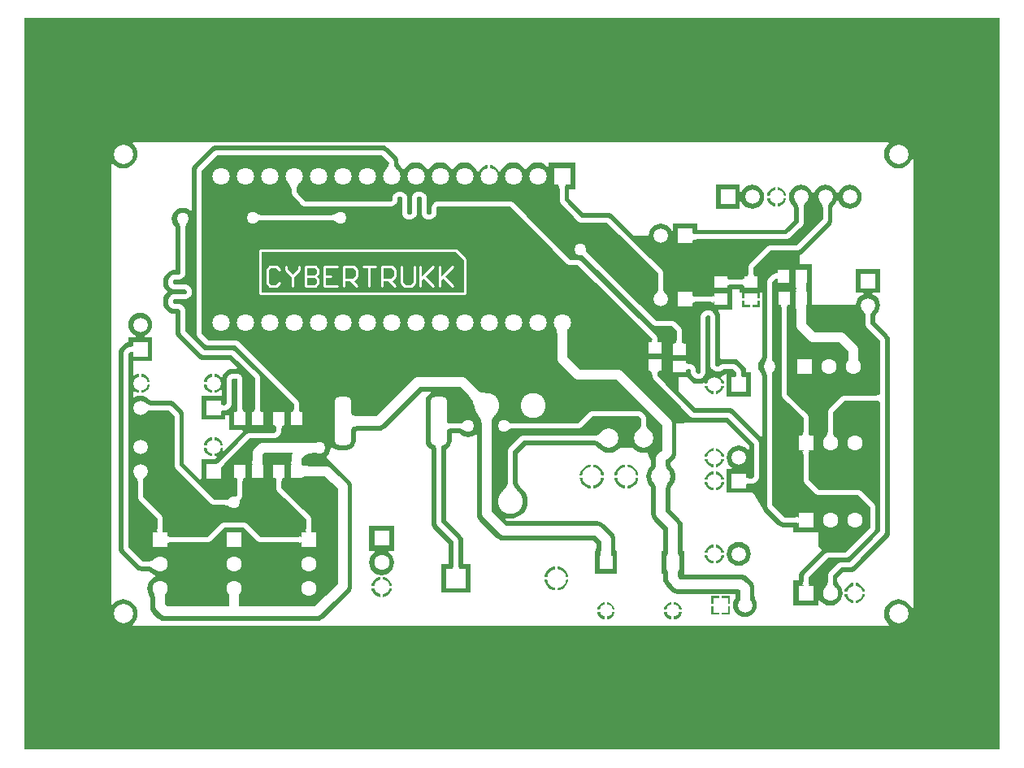
<source format=gbr>
%FSDAX33Y33*%
%MOMM*%
%SFA1B1*%

%IPPOS*%
%AMD29*
4,1,8,0.424180,2.499360,-0.424180,2.499360,-0.850900,2.075180,-0.850900,-2.075180,-0.424180,-2.499360,0.424180,-2.499360,0.850900,-2.075180,0.850900,2.075180,0.424180,2.499360,0.0*
1,1,0.849996,0.424180,2.075180*
1,1,0.849996,-0.424180,2.075180*
1,1,0.849996,-0.424180,-2.075180*
1,1,0.849996,0.424180,-2.075180*
%
%AMD1002*
%
%ADD22C,2.600000*%
%ADD25C,2.000001*%
%ADD27R,1.400000X1.200000*%
%ADD28R,1.200000X1.400000*%
G04~CAMADD=29~8~0.0~0.0~669.3~1968.5~167.3~0.0~15~0.0~0.0~0.0~0.0~0~0.0~0.0~0.0~0.0~0~0.0~0.0~0.0~0.0~669.3~1968.5*
%ADD29D29*%
%ADD30C,0.499999*%
%ADD31C,1.000001*%
%ADD32C,0.254000*%
%ADD33R,1.350000X1.350000*%
%ADD34C,1.350000*%
%ADD35C,1.799999*%
%ADD36R,1.799999X1.799999*%
%ADD37R,1.500000X1.500000*%
%ADD38C,1.500000*%
%ADD39C,1.599997*%
%ADD40R,1.599997X1.599997*%
%ADD41R,2.000001X2.000001*%
%ADD42C,1.270000*%
%LNfilm_top_layer-1*%
%LPD*%
G36*
X101600Y076200D02*
X000000D01*
Y000000*
X101600*
Y076200*
G37*
%LNfilm_top_layer-2*%
%LPC*%
G36*
X090087Y063195D02*
X089993Y063117D01*
X089805Y062889*
X089666Y062628*
X089580Y062346*
X089551Y062052*
X089580Y061758*
X089666Y061475*
X089805Y061214*
X089993Y060986*
X090221Y060798*
X090482Y060659*
X090764Y060573*
X091059Y060544*
X091353Y060573*
X091635Y060659*
X091896Y060798*
X092124Y060986*
X092312Y061214*
X092451Y061475*
X092456Y061490*
X092583Y061471*
Y014754*
X092456Y014735*
X092451Y014749*
X092312Y015010*
X092124Y015238*
X091896Y015426*
X091635Y015565*
X091353Y015651*
X091059Y015680*
X090764Y015651*
X090482Y015565*
X090221Y015426*
X089993Y015238*
X089805Y015010*
X089666Y014749*
X089580Y014467*
X089551Y014173*
X089580Y013879*
X089666Y013596*
X089805Y013335*
X089993Y013107*
X090087Y013030*
X090041Y012903*
X011304*
X011258Y013030*
X011352Y013107*
X011540Y013335*
X011679Y013596*
X011765Y013879*
X011794Y014173*
X011765Y014467*
X011679Y014749*
X011540Y015010*
X011352Y015238*
X011124Y015426*
X010863Y015565*
X010581Y015651*
X010287Y015680*
X009992Y015651*
X009710Y015565*
X009449Y015426*
X009221Y015238*
X009144Y015144*
X009017Y015190*
Y061035*
X009144Y061080*
X009221Y060986*
X009449Y060798*
X009710Y060659*
X009992Y060573*
X010287Y060544*
X010581Y060573*
X010863Y060659*
X011124Y060798*
X011352Y060986*
X011540Y061214*
X011679Y061475*
X011765Y061758*
X011794Y062052*
X011765Y062346*
X011679Y062628*
X011540Y062889*
X011352Y063117*
X011258Y063195*
X011304Y063322*
X090041*
X090087Y063195*
G37*
%LNfilm_top_layer-3*%
%LPD*%
G36*
X056666Y017729D02*
X055544D01*
Y016608*
X055745Y016634*
X056050Y016760*
X056312Y016961*
X056513Y017223*
X056639Y017528*
X056666Y017729*
G37*
G36*
X037084Y017991D02*
X036935Y017972D01*
X036679Y017865*
X036459Y017696*
X036290Y017476*
X036184Y017220*
X036164Y017072*
X037084*
Y017991*
G37*
G36*
X037338D02*
Y017072D01*
X038257*
X038237Y017220*
X038131Y017476*
X037962Y017696*
X037742Y017865*
X037486Y017972*
X037338Y017991*
G37*
G36*
X055290Y017729D02*
X054169D01*
X054196Y017528*
X054322Y017223*
X054523Y016961*
X054785Y016760*
X055090Y016634*
X055290Y016608*
Y017729*
G37*
G36*
X038257Y016818D02*
X037338D01*
Y015898*
X037486Y015918*
X037742Y016024*
X037962Y016193*
X038131Y016413*
X038237Y016670*
X038257Y016818*
G37*
G36*
X086360Y017378D02*
X086211Y017359D01*
X085955Y017252*
X085735Y017083*
X085566Y016863*
X085460Y016607*
X085440Y016459*
X086360*
Y017378*
G37*
G36*
X086614D02*
Y016459D01*
X087533*
X087513Y016607*
X087407Y016863*
X087238Y017083*
X087018Y017252*
X086762Y017359*
X086614Y017378*
G37*
G36*
X071755Y020269D02*
X070886D01*
X070903Y020134*
X071004Y019889*
X071165Y019680*
X071375Y019519*
X071619Y019418*
X071755Y019400*
Y020269*
G37*
G36*
X072877D02*
X072009D01*
Y019400*
X072144Y019418*
X072388Y019519*
X072598Y019680*
X072758Y019889*
X072860Y020134*
X072877Y020269*
G37*
G36*
X071755Y021392D02*
X071619Y021374D01*
X071375Y021273*
X071165Y021112*
X071004Y020902*
X070903Y020658*
X070886Y020523*
X071755*
Y021392*
G37*
G36*
X074422Y021656D02*
X074095Y021614D01*
X073791Y021488*
X073530Y021287*
X073330Y021026*
X073204Y020722*
X073161Y020396*
X073204Y020069*
X073330Y019765*
X073530Y019504*
X073791Y019304*
X074095Y019178*
X074422Y019135*
X074748Y019178*
X075052Y019304*
X075313Y019504*
X075513Y019765*
X075639Y020069*
X075682Y020396*
X075639Y020722*
X075513Y021026*
X075313Y021287*
X075052Y021488*
X074748Y021614*
X074422Y021656*
G37*
G36*
X055290Y019104D02*
X055090Y019077D01*
X054785Y018951*
X054523Y018750*
X054322Y018488*
X054196Y018183*
X054169Y017983*
X055290*
Y019104*
G37*
G36*
X055544D02*
Y017983D01*
X056666*
X056639Y018183*
X056513Y018488*
X056312Y018750*
X056050Y018951*
X055745Y019077*
X055544Y019104*
G37*
G36*
X038510Y023325D02*
X035911D01*
Y020725*
X036491*
X036526Y020598*
X036283Y020412*
X036075Y020140*
X035944Y019824*
X035899Y019485*
X035944Y019145*
X036075Y018829*
X036283Y018558*
X036555Y018349*
X036871Y018218*
X037211Y018173*
X037550Y018218*
X037866Y018349*
X038138Y018558*
X038346Y018829*
X038477Y019145*
X038522Y019485*
X038477Y019824*
X038346Y020140*
X038138Y020412*
X037895Y020598*
X037930Y020725*
X038510*
Y023325*
G37*
G36*
X037084Y016818D02*
X036164D01*
X036184Y016670*
X036290Y016413*
X036459Y016193*
X036679Y016024*
X036935Y015918*
X037084Y015898*
Y016818*
G37*
G36*
X072390Y014935D02*
X071512D01*
Y014058*
X072390*
Y014935*
G37*
G36*
X073520D02*
X072644D01*
Y014058*
X073520*
Y014935*
G37*
G36*
X060452Y015405D02*
X060336Y015390D01*
X060110Y015296*
X059916Y015147*
X059767Y014953*
X059673Y014727*
X059658Y014612*
X060452*
Y015405*
G37*
G36*
X068484Y014358D02*
X067690D01*
Y013564*
X067806Y013580*
X068032Y013673*
X068226Y013822*
X068375Y014016*
X068469Y014242*
X068484Y014358*
G37*
G36*
X060452D02*
X059658D01*
X059673Y014242*
X059767Y014016*
X059916Y013822*
X060110Y013673*
X060336Y013580*
X060452Y013564*
Y014358*
G37*
G36*
X067436D02*
X066643D01*
X066658Y014242*
X066752Y014016*
X066901Y013822*
X067095Y013673*
X067321Y013580*
X067436Y013564*
Y014358*
G37*
G36*
X061499D02*
X060706D01*
Y013564*
X060821Y013580*
X061047Y013673*
X061241Y013822*
X061390Y014016*
X061484Y014242*
X061499Y014358*
G37*
G36*
X073520Y016066D02*
X072644D01*
Y015189*
X073520*
Y016066*
G37*
G36*
X086360Y016205D02*
X085440D01*
X085460Y016057*
X085566Y015800*
X085735Y015580*
X085955Y015411*
X086211Y015305*
X086360Y015285*
Y016205*
G37*
G36*
X087533D02*
X086614D01*
Y015285*
X086762Y015305*
X087018Y015411*
X087238Y015580*
X087407Y015800*
X087513Y016057*
X087533Y016205*
G37*
G36*
X072390Y016066D02*
X071512D01*
Y015189*
X072390*
Y016066*
G37*
G36*
X067436Y015405D02*
X067321Y015390D01*
X067095Y015296*
X066901Y015147*
X066752Y014953*
X066658Y014727*
X066643Y014612*
X067436*
Y015405*
G37*
G36*
X060706D02*
Y014612D01*
X061499*
X061484Y014727*
X061390Y014953*
X061241Y015147*
X061047Y015296*
X060821Y015390*
X060706Y015405*
G37*
G36*
X067690D02*
Y014612D01*
X068484*
X068469Y014727*
X068375Y014953*
X068226Y015147*
X068032Y015296*
X067806Y015390*
X067690Y015405*
G37*
G36*
X072009Y021392D02*
Y020523D01*
X072877*
X072860Y020658*
X072758Y020902*
X072598Y021112*
X072388Y021273*
X072144Y021374*
X072009Y021392*
G37*
G36*
X019558Y038049D02*
X018689D01*
X018706Y037914*
X018807Y037669*
X018968Y037460*
X019178Y037299*
X019422Y037198*
X019558Y037180*
Y038049*
G37*
G36*
X013060D02*
X012192D01*
Y037180*
X012327Y037198*
X012571Y037299*
X012781Y037460*
X012941Y037669*
X013043Y037914*
X013060Y038049*
G37*
G36*
X019558Y039172D02*
X019422Y039154D01*
X019178Y039053*
X018968Y038892*
X018807Y038682*
X018706Y038438*
X018689Y038303*
X019558*
Y039172*
G37*
G36*
X019812Y032568D02*
Y031699D01*
X020680*
X020663Y031834*
X020561Y032078*
X020401Y032288*
X020191Y032449*
X019947Y032550*
X019812Y032568*
G37*
G36*
X072009Y031425D02*
Y030556D01*
X072877*
X072860Y030691*
X072758Y030935*
X072598Y031145*
X072388Y031306*
X072144Y031407*
X072009Y031425*
G37*
G36*
X019558Y031445D02*
X018689D01*
X018706Y031310*
X018807Y031065*
X018968Y030856*
X019178Y030695*
X019422Y030594*
X019558Y030576*
Y031445*
G37*
G36*
Y032568D02*
X019422Y032550D01*
X019178Y032449*
X018968Y032288*
X018807Y032078*
X018706Y031834*
X018689Y031699*
X019558*
Y032568*
G37*
G36*
X078232Y058603D02*
X078096Y058585D01*
X077852Y058484*
X077642Y058323*
X077481Y058113*
X077380Y057869*
X077363Y057734*
X078232*
Y058603*
G37*
G36*
X078486D02*
Y057734D01*
X079354*
X079337Y057869*
X079235Y058113*
X079075Y058323*
X078865Y058484*
X078621Y058585*
X078486Y058603*
G37*
G36*
X075819Y058867D02*
X075492Y058825D01*
X075188Y058699*
X074927Y058498*
X074727Y058237*
X074655Y058065*
X074528Y058091*
Y058857*
X072028*
Y056357*
X074528*
Y057123*
X074655Y057148*
X074727Y056976*
X074927Y056715*
X075188Y056515*
X075492Y056389*
X075819Y056346*
X076145Y056389*
X076449Y056515*
X076710Y056715*
X076910Y056976*
X077036Y057280*
X077079Y057607*
X077036Y057933*
X076910Y058237*
X076710Y058498*
X076449Y058699*
X076145Y058825*
X075819Y058867*
G37*
G36*
X079354Y057480D02*
X078486D01*
Y056611*
X078621Y056629*
X078865Y056730*
X079075Y056891*
X079235Y057100*
X079337Y057345*
X079354Y057480*
G37*
G36*
X012192Y039172D02*
Y038303D01*
X013060*
X013043Y038438*
X012941Y038682*
X012781Y038892*
X012571Y039053*
X012327Y039154*
X012192Y039172*
G37*
G36*
X019969Y062935D02*
X019773Y062909D01*
X019591Y062834*
X019434Y062714*
Y062714*
X017626Y060905*
X017505Y060749*
X017430Y060566*
X017404Y060370*
Y056218*
X017277Y056162*
X017082Y056312*
X016806Y056426*
X016510Y056465*
X016213Y056426*
X015937Y056312*
X015700Y056130*
X015518Y055893*
X015404Y055617*
X015365Y055321*
X015404Y055024*
X015518Y054748*
X015687Y054528*
X015693Y054519*
X015715Y054495*
X015721Y054488*
X015725Y054481*
X015730Y054473*
X015734Y054462*
X015738Y054449*
X015742Y054433*
X015746Y054412*
X015749Y054386*
X015750Y054340*
X015753Y054327*
Y049953*
X015527*
X015331Y049927*
X015148Y049852*
X014992Y049732*
X014689Y049429*
X014569Y049273*
X014494Y049090*
X014468Y048894*
Y048491*
X014494Y048295*
X014569Y048113*
X014689Y047956*
X014961Y047685*
X014689Y047413*
X014569Y047257*
X014494Y047074*
X014468Y046878*
Y046475*
X014494Y046279*
X014569Y046097*
X014689Y045940*
X014992Y045638*
X015148Y045518*
X015331Y045442*
X015527Y045416*
X015753*
Y043492*
X015779Y043297*
X015854Y043114*
X015975Y042958*
X018100Y040832*
X018100Y040832*
X018257Y040712*
X018439Y040636*
X018635Y040610*
X018635*
X021370*
X022159Y039821*
X022106Y039694*
X021611*
X021416Y039668*
X021233Y039593*
X021076Y039473*
Y039473*
X020812Y039208*
X020691Y039051*
X020616Y038869*
X020610Y038827*
X020478Y038791*
X020401Y038892*
X020191Y039053*
X019947Y039154*
X019812Y039172*
Y038176*
Y037180*
X019947Y037198*
X020191Y037299*
X020401Y037460*
X020463Y037541*
X020590Y037498*
Y036886*
X018434*
Y034386*
X020934*
Y034876*
X020945Y034876*
X020959Y034879*
X021017*
X021213Y034905*
X021240Y034916*
X021368Y034832*
Y033293*
X022696*
X022749Y033166*
X020735Y031152*
X020627Y031224*
X020663Y031310*
X020680Y031445*
X019812*
Y030576*
X019947Y030594*
X020082Y030512*
X020084Y030506*
X019900Y030334*
X019839Y030285*
X019834Y030282*
X019743*
X019724Y030285*
X019706Y030282*
X018434*
Y028215*
X018317Y028167*
X016631Y029853*
Y034874*
X016605Y035069*
X016530Y035252*
X016409Y035409*
X015647Y036171*
X015491Y036291*
X015308Y036366*
X015113Y036392*
X013254*
X013242Y036395*
X013193Y036397*
X013167Y036400*
X013143Y036405*
X013120Y036412*
X013097Y036421*
X013073Y036433*
X013048Y036448*
X013022Y036466*
X012994Y036489*
X012960Y036522*
X012956Y036527*
X012695Y036728*
X012391Y036854*
X012065Y036896*
X011738Y036854*
X011448Y036733*
X011345Y036771*
X011321Y036783*
Y037321*
X011448Y037383*
X011558Y037299*
X011802Y037198*
X011938Y037180*
Y038176*
Y039172*
X011802Y039154*
X011558Y039053*
X011448Y038968*
X011321Y039031*
Y040482*
X013314*
Y042982*
X012548*
X012523Y043109*
X012695Y043180*
X012956Y043380*
X013156Y043641*
X013282Y043945*
X013325Y044272*
X013282Y044598*
X013156Y044902*
X012956Y045163*
X012695Y045364*
X012391Y045490*
X012065Y045532*
X011738Y045490*
X011434Y045364*
X011173Y045163*
X010973Y044902*
X010847Y044598*
X010804Y044272*
X010847Y043945*
X010973Y043641*
X011173Y043380*
X011434Y043180*
X011606Y043109*
X011581Y042982*
X010814*
Y042469*
X010768Y042462*
X010585Y042387*
X010429Y042267*
X010030Y041868*
X009909Y041711*
X009834Y041528*
X009808Y041333*
Y020988*
X009834Y020792*
X009909Y020609*
X010030Y020453*
X011660Y018823*
X011816Y018703*
X011999Y018627*
X012194Y018601*
X012823*
X012835Y018598*
X012885Y018596*
X012912Y018593*
X012938Y018587*
X012964Y018579*
X012992Y018567*
X013021Y018552*
X013053Y018533*
X013087Y018508*
X013123Y018477*
X013163Y018439*
X013169Y018431*
X013441Y018222*
X013600Y018156*
Y018019*
X013441Y017953*
X013169Y017745*
X012961Y017473*
X012830Y017157*
X012785Y016818*
X012830Y016478*
X012961Y016162*
X013071Y016018*
X013086Y015786*
X013087Y015710*
X013088Y015704*
Y014935*
X013122Y014674*
X013223Y014430*
X013383Y014221*
X013891Y013713*
X014100Y013553*
X014343Y013452*
X014605Y013418*
X030480*
X030741Y013452*
X030984Y013553*
X031193Y013713*
X033860Y016380*
X034020Y016589*
X034121Y016833*
X034155Y017094*
Y027381*
X034121Y027642*
X034020Y027885*
X033860Y028094*
X032209Y029745*
X031484Y030470*
X031492Y030596*
X031543Y030635*
X031725Y030872*
X031839Y031148*
X031878Y031445*
X032139*
X032255Y031356*
X032480Y031263*
X032721Y031231*
X033571*
X033813Y031263*
X034038Y031356*
X034231Y031504*
X034379Y031697*
X034473Y031922*
X034504Y032164*
Y033169*
X034518Y033175*
X034594Y033195*
X034700Y033213*
X034836Y033224*
X035010Y033229*
X035015Y033230*
X036884*
X037146Y033264*
X037389Y033365*
X037598Y033525*
X041366Y037294*
X042339*
X042365Y037167*
X042255Y037122*
X042062Y036973*
X041914Y036780*
X041820Y036555*
X041789Y036314*
Y032164*
X041820Y031922*
X041914Y031697*
X042062Y031504*
X042255Y031356*
X042385Y031302*
X042387Y031225*
X042390Y031211*
Y023604*
X042416Y023408*
X042491Y023225*
X042612Y023069*
X044201Y021479*
Y019380*
X044198Y019366*
X044198Y019356*
X043457*
Y016356*
X046457*
Y019356*
X045717*
X045717Y019366*
X045714Y019380*
Y021793*
Y021793*
X045701Y021891*
X045688Y021988*
X045613Y022171*
X045492Y022328*
X043903Y023917*
Y031211*
X043906Y031225*
X043908Y031302*
X044038Y031356*
X044231Y031504*
X044379Y031697*
X044473Y031922*
X044504Y032164*
Y032971*
X044510Y032971*
X044524Y032974*
X045234*
X045247Y032971*
X045293Y032970*
X045319Y032967*
X045340Y032964*
X045356Y032960*
X045369Y032955*
X045379Y032951*
X045388Y032946*
X045395Y032942*
X045402Y032936*
X045425Y032914*
X045434Y032909*
X045655Y032739*
X045931Y032625*
X046228Y032586*
X046524Y032625*
X046800Y032739*
X046997Y032890*
X047124Y032837*
Y024587*
X047158Y024326*
X047259Y024082*
X047419Y023873*
X049197Y022095*
X049406Y021935*
X049649Y021834*
X049911Y021800*
X059272*
X059570Y021502*
Y021171*
X059569Y021166*
X059562Y020820*
X059550Y020660*
X059403*
Y020220*
X059399Y020205*
X059402Y020181*
X059397Y020157*
X059403Y020123*
Y018310*
X061754*
Y020123*
X061760Y020157*
X061755Y020181*
X061758Y020205*
X061754Y020220*
Y020660*
X061614*
X061590Y020988*
X061588Y021161*
X061587Y021167*
Y021920*
X061553Y022181*
X061452Y022424*
X061292Y022633*
X060403Y023522*
X060194Y023682*
X059951Y023783*
X059690Y023817*
X050328*
X050112Y024034*
X050179Y024146*
X050280Y024116*
X050632Y024081*
X050985Y024116*
X051325Y024219*
X051637Y024386*
X051911Y024611*
X052136Y024885*
X052304Y025198*
X052406Y025537*
X052441Y025890*
X052406Y026243*
X052304Y026582*
X052136Y026895*
X051918Y027161*
X051913Y027168*
X051688Y027407*
X051610Y027503*
X051542Y027596*
X051488Y027681*
X051448Y027756*
X051420Y027820*
X051404Y027873*
X051396Y027914*
X051391Y027980*
X051389Y027988*
Y030877*
X052216Y031704*
X059310*
X059320Y031702*
X059375Y031699*
X059407Y031694*
X059442Y031684*
X059483Y031669*
X059530Y031647*
X059582Y031616*
X059633Y031582*
X059773Y031466*
X059846Y031395*
X059862Y031385*
X060078Y031207*
X060339Y031068*
X060621Y030982*
X060915Y030953*
X061210Y030982*
X061492Y031068*
X061753Y031207*
X061981Y031395*
X062040Y031466*
X063391*
X063450Y031395*
X063678Y031207*
X063939Y031068*
X064221Y030982*
X064516Y030953*
X064810Y030982*
X064820Y030986*
X064932Y030924*
X065024Y030585*
X065307Y030119*
Y029950*
X065306Y029946*
X065299Y029756*
X065292Y029694*
X065283Y029637*
X065273Y029593*
X065263Y029560*
X065254Y029539*
X065250Y029531*
X065234Y029513*
X065223Y029494*
X065062Y029298*
X064923Y029037*
X064837Y028755*
X064808Y028461*
X064837Y028167*
X064923Y027884*
X065062Y027623*
X065223Y027428*
X065234Y027408*
X065250Y027390*
X065254Y027382*
X065263Y027362*
X065273Y027329*
X065283Y027284*
X065291Y027234*
X065304Y027076*
X065306Y026985*
X065307Y026980*
Y024565*
X065341Y024304*
X065442Y024060*
X065602Y023851*
X066555Y022899*
Y021171*
X066554Y021166*
X066547Y020820*
X066535Y020660*
X066388*
Y020220*
X066384Y020205*
X066387Y020181*
X066382Y020157*
X066388Y020123*
Y018847*
X066382Y018813*
X066387Y018789*
X066384Y018764*
X066388Y018749*
Y018310*
X066528*
X066552Y017982*
X066554Y017808*
X066555Y017803*
Y017791*
X066589Y017530*
X066690Y017287*
X066850Y017078*
X067383Y016546*
X067592Y016385*
X067835Y016285*
X068096Y016250*
X074048*
Y016078*
X074047Y016072*
X074046Y015992*
X074042Y015793*
X073965Y015692*
X073839Y015388*
X073796Y015062*
X073839Y014735*
X073965Y014431*
X074165Y014170*
X074426Y013970*
X074730Y013844*
X075057Y013801*
X075383Y013844*
X075687Y013970*
X075948Y014170*
X076148Y014431*
X076274Y014735*
X076317Y015062*
X076274Y015388*
X076148Y015692*
X076082Y015778*
X076066Y016098*
X076065Y016099*
Y016818*
X076031Y017079*
X075930Y017322*
X075770Y017531*
X075329Y017972*
X075120Y018132*
X074876Y018233*
X074615Y018267*
X068848*
X068738Y018310*
Y018749*
X068743Y018764*
X068740Y018789*
X068745Y018813*
X068738Y018847*
Y020123*
X068745Y020157*
X068740Y020181*
X068743Y020205*
X068738Y020220*
Y020660*
X068599*
X068575Y020988*
X068573Y021161*
X068572Y021167*
Y023317*
X068538Y023578*
X068437Y023821*
X068277Y024030*
X067324Y024982*
Y026972*
X067325Y026975*
X067332Y027166*
X067339Y027228*
X067348Y027284*
X067358Y027329*
X067368Y027362*
X067377Y027382*
X067381Y027390*
X067397Y027408*
X067408Y027428*
X067569Y027623*
X067708Y027884*
X067794Y028167*
X067823Y028461*
X067794Y028755*
X067708Y029037*
X067569Y029298*
X067408Y029494*
X067397Y029513*
X067381Y029531*
X067377Y029539*
X067368Y029560*
X067358Y029593*
X067348Y029637*
X067340Y029688*
X067327Y029845*
X067326Y029908*
X067642Y030223*
X067802Y030432*
X067903Y030676*
X067937Y030937*
Y034009*
X067943Y034016*
X069576Y034117*
X073075*
X075518Y031675*
Y031262*
X075391Y031219*
X075313Y031320*
X075052Y031521*
X074748Y031647*
X074422Y031689*
X074095Y031647*
X073791Y031521*
X073530Y031320*
X073330Y031059*
X073204Y030755*
X073161Y030429*
X073204Y030102*
X073330Y029798*
X073530Y029537*
X073718Y029393*
X073675Y029266*
X073171*
Y026766*
X075671*
Y026796*
X075789Y026844*
X076141Y026492*
X076941Y025020*
X077062Y024864*
X078509Y023417*
X078665Y023297*
X078848Y023221*
X079043Y023195*
X080082*
X080096Y023192*
X080107Y023192*
Y022652*
X082706*
Y021204*
X083017Y020893*
Y020714*
X080872Y018569*
X080751Y018412*
X080676Y018230*
X080650Y018034*
Y017656*
X080647Y017642*
X080647Y017632*
X080107*
Y015032*
X082706*
Y015613*
X082833Y015647*
X083019Y015405*
X083291Y015196*
X083607Y015065*
X083947Y015020*
X084286Y015065*
X084602Y015196*
X084874Y015405*
X085082Y015676*
X085213Y015992*
X085258Y016332*
X085213Y016671*
X085082Y016987*
X084874Y017259*
X084866Y017265*
X084827Y017305*
X084796Y017342*
X084772Y017376*
X084752Y017407*
X084737Y017437*
X084726Y017464*
X084717Y017490*
X084711Y017517*
X084708Y017543*
X084706Y017593*
X084703Y017605*
Y017907*
X085309Y018512*
X086065*
X086261Y018538*
X086443Y018614*
X086600Y018734*
X089942Y022076*
X089942*
X090063Y022233*
X090138Y022415*
X090164Y022611*
Y022611*
Y036652*
Y042699*
X090138Y042895*
X090063Y043078*
X089942Y043234*
X088640Y044537*
Y045114*
X088643Y045126*
X088645Y045175*
X088648Y045201*
X088653Y045226*
X088660Y045249*
X088669Y045272*
X088681Y045295*
X088695Y045320*
X088714Y045346*
X088737Y045374*
X088770Y045408*
X088775Y045412*
X088975Y045673*
X089101Y045977*
X089144Y046304*
X089101Y046630*
X088975Y046934*
X088775Y047195*
X088514Y047396*
X088342Y047467*
X088367Y047594*
X089133*
Y050094*
X086633*
Y047594*
X087400*
X087425Y047467*
X087253Y047396*
X086992Y047195*
X086792Y046934*
X086666Y046630*
X086631Y046369*
X082141*
X082024Y046422*
X082020Y046435*
Y047697*
X082024Y047709*
X082022Y047736*
X082027Y047763*
X082020Y047797*
Y048266*
X082009*
Y048621*
X082016Y048655*
X082009Y048689*
Y048722*
X082010Y048734*
X082009Y048736*
Y050552*
X080751*
Y051541*
X080763Y051542*
X080945Y051618*
X081102Y051738*
X083973Y054609*
X083973*
X084094Y054766*
X084169Y054949*
X084195Y055144*
Y056417*
X084198Y056429*
X084200Y056478*
X084203Y056504*
X084208Y056529*
X084215Y056552*
X084224Y056575*
X084236Y056598*
X084250Y056623*
X084269Y056649*
X084292Y056677*
X084325Y056711*
X084330Y056715*
X084530Y056976*
X084643Y057249*
X084644Y057249*
X084773*
X084774Y057249*
X084887Y056976*
X085087Y056715*
X085348Y056515*
X085652Y056389*
X085979Y056346*
X086305Y056389*
X086609Y056515*
X086870Y056715*
X087070Y056976*
X087196Y057280*
X087239Y057607*
X087196Y057933*
X087070Y058237*
X086870Y058498*
X086609Y058699*
X086305Y058825*
X085979Y058867*
X085652Y058825*
X085348Y058699*
X085087Y058498*
X084887Y058237*
X084774Y057964*
X084773Y057964*
X084644*
X084643Y057964*
X084530Y058237*
X084330Y058498*
X084069Y058699*
X083765Y058825*
X083439Y058867*
X083112Y058825*
X082808Y058699*
X082547Y058498*
X082347Y058237*
X082234Y057964*
X082233Y057964*
X082104*
X082103Y057964*
X081990Y058237*
X081790Y058498*
X081529Y058699*
X081225Y058825*
X080899Y058867*
X080572Y058825*
X080268Y058699*
X080007Y058498*
X079807Y058237*
X079681Y057933*
X079638Y057607*
X079681Y057280*
X079807Y056976*
X080007Y056715*
X080012Y056711*
X080045Y056677*
X080068Y056649*
X080087Y056623*
X080101Y056598*
X080113Y056575*
X080122Y056552*
X080129Y056529*
X080134Y056504*
X080137Y056478*
X080139Y056429*
X080142Y056417*
Y055126*
X079200Y054184*
X070108*
X070094Y054187*
X070083Y054188*
Y054793*
X067583*
Y054027*
X067456Y054001*
X067385Y054173*
X067185Y054434*
X066924Y054635*
X066620Y054761*
X066294Y054803*
X065967Y054761*
X065663Y054635*
X065402Y054434*
X065202Y054173*
X065076Y053869*
X065033Y053543*
X063521*
X061335Y055729*
X061179Y055849*
X060996Y055924*
X060800Y055950*
X058225*
X056763Y057412*
Y058341*
X056766Y058355*
X056766Y058366*
X057406*
Y061166*
X054607*
Y060777*
X054486Y060736*
X054465Y060764*
X054173Y060989*
X053832Y061130*
X053467Y061178*
X053101Y061130*
X052760Y060989*
X052468Y060764*
X052272Y060508*
X052237Y060498*
X052156*
X052121Y060508*
X051925Y060764*
X051633Y060989*
X051292Y061130*
X050927Y061178*
X050561Y061130*
X050220Y060989*
X049928Y060764*
X049704Y060472*
X049592Y060203*
X049455*
X049394Y060348*
X049210Y060589*
X048968Y060774*
X048688Y060890*
X048514Y060913*
Y059766*
X048260*
Y060913*
X048085Y060890*
X047805Y060774*
X047563Y060589*
X047378Y060348*
X047318Y060203*
X047181*
X047069Y060472*
X046845Y060764*
X046553Y060989*
X046212Y061130*
X045847Y061178*
X045481Y061130*
X045140Y060989*
X044848Y060764*
X044652Y060508*
X044617Y060498*
X044536*
X044501Y060508*
X044305Y060764*
X044013Y060989*
X043672Y061130*
X043307Y061178*
X042941Y061130*
X042600Y060989*
X042308Y060764*
X042112Y060508*
X042077Y060498*
X041996*
X041961Y060508*
X041765Y060764*
X041473Y060989*
X041132Y061130*
X040767Y061178*
X040401Y061130*
X040060Y060989*
X039768Y060764*
X039572Y060508*
X039537Y060498*
X039456*
X039421Y060508*
X039225Y060764*
X039212Y060774*
X039161Y060827*
X039116Y060879*
X039080Y060927*
X039051Y060972*
X039028Y061013*
X039012Y061050*
X039000Y061083*
X038992Y061114*
X038988Y061142*
X038986Y061195*
X038983Y061206*
Y061290*
Y061290*
X038957Y061485*
X038882Y061668*
X038761Y061825*
X038761*
X037872Y062714*
X037716Y062834*
X037533Y062909*
X037338Y062935*
X019969*
X019969*
G37*
G36*
X078232Y057480D02*
X077363D01*
X077380Y057345*
X077481Y057100*
X077642Y056891*
X077852Y056730*
X078096Y056629*
X078232Y056611*
Y057480*
G37*
G36*
X071755Y031425D02*
X071619Y031407D01*
X071375Y031306*
X071165Y031145*
X071004Y030935*
X070903Y030691*
X070886Y030556*
X071755*
Y031425*
G37*
G36*
X063964Y028334D02*
X062842D01*
Y027213*
X063043Y027239*
X063348Y027365*
X063610Y027566*
X063811Y027828*
X063937Y028133*
X063964Y028334*
G37*
G36*
X060364D02*
X059242D01*
Y027213*
X059443Y027239*
X059748Y027365*
X060010Y027566*
X060211Y027828*
X060337Y028133*
X060364Y028334*
G37*
G36*
X071755Y029012D02*
X071619Y028994D01*
X071375Y028893*
X071165Y028732*
X071004Y028522*
X070903Y028278*
X070886Y028143*
X071755*
Y029012*
G37*
G36*
X062588Y028334D02*
X061467D01*
X061494Y028133*
X061620Y027828*
X061821Y027566*
X062083Y027365*
X062388Y027239*
X062588Y027213*
Y028334*
G37*
G36*
X071755Y027889D02*
X070886D01*
X070903Y027754*
X071004Y027509*
X071165Y027300*
X071375Y027139*
X071619Y027038*
X071755Y027020*
Y027889*
G37*
G36*
X072877D02*
X072009D01*
Y027020*
X072144Y027038*
X072388Y027139*
X072598Y027300*
X072758Y027509*
X072860Y027754*
X072877Y027889*
G37*
G36*
X058988Y028334D02*
X057867D01*
X057894Y028133*
X058020Y027828*
X058221Y027566*
X058483Y027365*
X058788Y027239*
X058988Y027213*
Y028334*
G37*
G36*
X059242Y029709D02*
Y028588D01*
X060364*
X060337Y028788*
X060211Y029093*
X060010Y029355*
X059748Y029556*
X059443Y029682*
X059242Y029709*
G37*
G36*
X071755Y030302D02*
X070886D01*
X070903Y030167*
X071004Y029922*
X071165Y029713*
X071375Y029552*
X071619Y029451*
X071755Y029433*
Y030302*
G37*
G36*
X072877D02*
X072009D01*
Y029433*
X072144Y029451*
X072388Y029552*
X072598Y029713*
X072758Y029922*
X072860Y030167*
X072877Y030302*
G37*
G36*
X062842Y029709D02*
Y028588D01*
X063964*
X063937Y028788*
X063811Y029093*
X063610Y029355*
X063348Y029556*
X063043Y029682*
X062842Y029709*
G37*
G36*
X072009Y029012D02*
Y028143D01*
X072877*
X072860Y028278*
X072758Y028522*
X072598Y028732*
X072388Y028893*
X072144Y028994*
X072009Y029012*
G37*
G36*
X058988Y029709D02*
X058788Y029682D01*
X058483Y029556*
X058221Y029355*
X058020Y029093*
X057894Y028788*
X057867Y028588*
X058988*
Y029709*
G37*
G36*
X062588D02*
X062388Y029682D01*
X062083Y029556*
X061821Y029355*
X061620Y029093*
X061494Y028788*
X061467Y028588*
X062588*
Y029709*
G37*
%LNfilm_top_layer-4*%
%LPC*%
G36*
X084196Y033193D02*
X084200Y033120D01*
X084209Y033049*
X084224Y032979*
X084246Y032911*
X084274Y032843*
X084308Y032777*
X084348Y032712*
X084395Y032648*
X084448Y032585*
X084506Y032524*
X083386*
X083445Y032585*
X083498Y032648*
X083545Y032712*
X083585Y032777*
X083619Y032843*
X083647Y032911*
X083669Y032979*
X083684Y033049*
X083693Y033120*
X083696Y033193*
X084196*
G37*
G36*
X087633Y045147D02*
X087631Y045216D01*
X087622Y045284*
X087609Y045350*
X087589Y045415*
X087565Y045478*
X087534Y045539*
X087499Y045599*
X087457Y045657*
X087411Y045713*
X087358Y045768*
X088408*
X088356Y045713*
X088309Y045657*
X088268Y045599*
X088232Y045539*
X088202Y045478*
X088177Y045415*
X088158Y045350*
X088144Y045284*
X088136Y045216*
X088133Y045147*
X087633*
G37*
G36*
X084196Y017572D02*
X084200Y017499D01*
X084209Y017428*
X084224Y017358*
X084246Y017290*
X084274Y017222*
X084308Y017156*
X084348Y017091*
X084395Y017027*
X084448Y016964*
X084506Y016903*
X083386*
X083445Y016964*
X083498Y017027*
X083545Y017091*
X083585Y017156*
X083619Y017222*
X083647Y017290*
X083669Y017358*
X083684Y017428*
X083693Y017499*
X083696Y017572*
X084196*
G37*
G36*
X089157Y037402D02*
X089657Y036652D01*
X089157Y035902*
X089152Y035997*
X089137Y036082*
X089112Y036157*
X089077Y036222*
X089032Y036277*
X088977Y036322*
X088912Y036357*
X088837Y036382*
X088752Y036397*
X088657Y036402*
Y036902*
X088752Y036907*
X088837Y036922*
X088912Y036947*
X088977Y036982*
X089032Y037027*
X089077Y037082*
X089112Y037147*
X089137Y037222*
X089152Y037307*
X089157Y037402*
G37*
G36*
X064765Y034029D02*
X064770Y033946D01*
X064783Y033863*
X064806Y033779*
X064837Y033694*
X064878Y033609*
X064927Y033523*
X064986Y033437*
X065053Y033350*
X065130Y033263*
X065215Y033175*
X063815*
X063901Y033263*
X064045Y033437*
X064103Y033523*
X064153Y033609*
X064193Y033694*
X064225Y033779*
X064247Y033863*
X064261Y033946*
X064265Y034029*
X064765*
G37*
G36*
X042896Y031238D02*
X042894Y031336D01*
X042887Y031423*
X042874Y031500*
X042857Y031566*
X042834Y031623*
X042807Y031669*
X042774Y031705*
X042737Y031730*
X042694Y031746*
X042647Y031751*
X043646*
X043599Y031746*
X043556Y031730*
X043519Y031705*
X043486Y031669*
X043459Y031623*
X043436Y031566*
X043419Y031500*
X043406Y031423*
X043399Y031336*
X043396Y031238*
X042896*
G37*
G36*
X044497Y033481D02*
X044401Y033478D01*
X044316Y033471*
X044241Y033458*
X044175Y033441*
X044120Y033418*
X044075Y033391*
X044039Y033358*
X044014Y033321*
X043999Y033278*
X043994Y033231*
Y034231*
X043999Y034183*
X044014Y034141*
X044039Y034103*
X044075Y034071*
X044120Y034043*
X044175Y034021*
X044241Y034003*
X044316Y033991*
X044401Y033983*
X044497Y033981*
Y033481*
G37*
G36*
X045263Y033981D02*
X045326Y033983D01*
X045386Y033988*
X045443Y033998*
X045498Y034012*
X045551Y034029*
X045601Y034051*
X045648Y034076*
X045693Y034105*
X045735Y034138*
X045774Y034175*
Y033286*
X045735Y033323*
X045693Y033356*
X045648Y033385*
X045601Y033411*
X045551Y033432*
X045498Y033450*
X045443Y033463*
X045386Y033473*
X045326Y033479*
X045263Y033481*
Y033981*
G37*
G36*
X050875Y033481D02*
X050812Y033479D01*
X050752Y033473*
X050695Y033463*
X050640Y033450*
X050587Y033432*
X050537Y033411*
X050490Y033385*
X050445Y033356*
X050403Y033323*
X050364Y033286*
Y034175*
X050403Y034138*
X050445Y034105*
X050490Y034076*
X050537Y034051*
X050587Y034029*
X050640Y034012*
X050695Y033998*
X050752Y033988*
X050812Y033983*
X050875Y033981*
Y033481*
G37*
G36*
X045207Y019353D02*
X045210Y019257D01*
X045217Y019172*
X045230Y019096*
X045247Y019031*
X045270Y018975*
X045297Y018930*
X045330Y018895*
X045367Y018870*
X045410Y018855*
X045457Y018850*
X044458*
X044505Y018855*
X044547Y018870*
X044585Y018895*
X044617Y018930*
X044645Y018975*
X044667Y019031*
X044685Y019096*
X044697Y019172*
X044705Y019257*
X044707Y019353*
X045207*
G37*
G36*
X073713Y048478D02*
X073618Y048475D01*
X073532Y048468*
X073457Y048455*
X073391Y048438*
X073336Y048415*
X073291Y048388*
X073256Y048355*
X073231Y048318*
X073215Y048275*
X073210Y048228*
Y049228*
X073215Y049180*
X073231Y049138*
X073256Y049100*
X073291Y049068*
X073336Y049040*
X073391Y049018*
X073457Y049000*
X073532Y048988*
X073618Y048980*
X073713Y048978*
Y048478*
G37*
G36*
X075941Y049825D02*
X075944Y049730D01*
X075951Y049645*
X075964Y049570*
X075981Y049505*
X076004Y049450*
X076031Y049405*
X076064Y049370*
X076101Y049345*
X076144Y049330*
X076191Y049325*
X075192*
X075239Y049330*
X075281Y049345*
X075319Y049370*
X075351Y049405*
X075379Y049450*
X075401Y049505*
X075419Y049570*
X075431Y049645*
X075439Y049730*
X075441Y049825*
X075941*
G37*
G36*
X074495Y048978D02*
X074590Y048980D01*
X074676Y048988*
X074751Y049000*
X074816Y049018*
X074872Y049040*
X074917Y049068*
X074952Y049100*
X074977Y049138*
X074993Y049180*
X074998Y049228*
Y048228*
X074993Y048275*
X074977Y048318*
X074952Y048355*
X074917Y048388*
X074872Y048415*
X074816Y048438*
X074751Y048455*
X074676Y048468*
X074590Y048475*
X074495Y048478*
Y048978*
G37*
G36*
X083188Y056450D02*
X083186Y056519D01*
X083177Y056587*
X083164Y056653*
X083144Y056718*
X083120Y056781*
X083089Y056842*
X083054Y056902*
X083012Y056960*
X082966Y057016*
X082913Y057071*
X083963*
X083911Y057016*
X083864Y056960*
X083823Y056902*
X083787Y056842*
X083757Y056781*
X083732Y056718*
X083713Y056653*
X083699Y056587*
X083691Y056519*
X083688Y056450*
X083188*
G37*
G36*
X015393Y021648D02*
X015298Y021645D01*
X015212Y021638*
X015137Y021625*
X015071Y021608*
X015016Y021585*
X014971Y021558*
X014936Y021525*
X014911Y021488*
X014895Y021445*
X014890Y021398*
Y022398*
X014895Y022350*
X014911Y022308*
X014936Y022270*
X014971Y022238*
X015016Y022210*
X015071Y022188*
X015137Y022170*
X015212Y022158*
X015298Y022150*
X015393Y022148*
Y021648*
G37*
G36*
X014346Y023195D02*
X014349Y023099D01*
X014356Y023014*
X014369Y022938*
X014386Y022873*
X014409Y022817*
X014436Y022772*
X014469Y022737*
X014506Y022712*
X014549Y022697*
X014596Y022692*
X013597*
X013644Y022697*
X013686Y022712*
X013724Y022737*
X013756Y022772*
X013784Y022817*
X013806Y022873*
X013824Y022938*
X013836Y023014*
X013844Y023099*
X013846Y023195*
X014346*
G37*
G36*
X029840D02*
X029843Y023099D01*
X029850Y023014*
X029863Y022938*
X029880Y022873*
X029903Y022817*
X029930Y022772*
X029963Y022737*
X030000Y022712*
X030043Y022697*
X030090Y022692*
X029091*
X029138Y022697*
X029180Y022712*
X029218Y022737*
X029250Y022772*
X029278Y022817*
X029300Y022873*
X029318Y022938*
X029330Y023014*
X029338Y023099*
X029340Y023195*
X029840*
G37*
G36*
X028294Y022148D02*
X028389Y022150D01*
X028475Y022158*
X028550Y022170*
X028615Y022188*
X028671Y022210*
X028716Y022238*
X028751Y022270*
X028776Y022308*
X028792Y022350*
X028797Y022398*
Y021398*
X028792Y021445*
X028776Y021488*
X028751Y021525*
X028716Y021558*
X028671Y021585*
X028615Y021608*
X028550Y021625*
X028475Y021638*
X028389Y021645*
X028294Y021648*
Y022148*
G37*
G36*
X026281Y027835D02*
X026279Y027930D01*
X026271Y028016*
X026259Y028091*
X026241Y028157*
X026219Y028212*
X026191Y028257*
X026159Y028293*
X026121Y028318*
X026079Y028333*
X026032Y028338*
X027032*
X026984Y028333*
X026941Y028318*
X026904Y028293*
X026871Y028257*
X026844Y028212*
X026821Y028157*
X026804Y028091*
X026791Y028016*
X026784Y027930*
X026781Y027835*
X026281*
G37*
G36*
X011814Y027875D02*
X011812Y027944D01*
X011803Y028012*
X011790Y028078*
X011770Y028143*
X011746Y028206*
X011715Y028267*
X011680Y028327*
X011638Y028385*
X011592Y028441*
X011539Y028496*
X012589*
X012537Y028441*
X012490Y028385*
X012449Y028327*
X012413Y028267*
X012383Y028206*
X012358Y028143*
X012339Y028078*
X012325Y028012*
X012317Y027944*
X012314Y027875*
X011814*
G37*
G36*
X022217Y027835D02*
X022215Y027930D01*
X022207Y028016*
X022195Y028091*
X022177Y028157*
X022155Y028212*
X022127Y028257*
X022095Y028293*
X022057Y028318*
X022015Y028333*
X021968Y028338*
X022968*
X022920Y028333*
X022877Y028318*
X022840Y028293*
X022807Y028257*
X022780Y028212*
X022757Y028157*
X022740Y028091*
X022727Y028016*
X022720Y027930*
X022717Y027835*
X022217*
G37*
G36*
X022644Y026188D02*
X022604Y026148D01*
X022473Y025997*
X022460Y025976*
X022451Y025960*
X022447Y025946*
X022448Y025936*
X022039Y026345*
X022049Y026344*
X022063Y026348*
X022079Y026357*
X022099Y026370*
X022123Y026387*
X022180Y026436*
X022291Y026541*
X022644Y026188*
G37*
G36*
X020879Y025991D02*
X020942Y025993D01*
X021002Y025998*
X021059Y026008*
X021114Y026022*
X021167Y026039*
X021217Y026061*
X021264Y026086*
X021309Y026115*
X021351Y026148*
X021390Y026185*
Y025296*
X021351Y025333*
X021309Y025366*
X021264Y025395*
X021217Y025421*
X021167Y025442*
X021114Y025460*
X021059Y025473*
X021002Y025483*
X020942Y025489*
X020879Y025491*
Y025991*
G37*
G36*
X013222Y035386D02*
X013152Y035383D01*
X013084Y035375*
X013018Y035361*
X012953Y035342*
X012890Y035317*
X012829Y035287*
X012769Y035251*
X012711Y035210*
X012655Y035163*
X012600Y035111*
Y036161*
X012655Y036108*
X012711Y036062*
X012769Y036020*
X012829Y035985*
X012890Y035954*
X012953Y035930*
X013018Y035910*
X013084Y035897*
X013152Y035888*
X013222Y035886*
Y035386*
G37*
G36*
X080110Y024202D02*
X080205Y024204D01*
X080291Y024212*
X080366Y024224*
X080431Y024242*
X080487Y024264*
X080532Y024292*
X080567Y024324*
X080592Y024362*
X080608Y024404*
X080613Y024452*
Y023452*
X080608Y023499*
X080592Y023542*
X080567Y023579*
X080532Y023612*
X080487Y023639*
X080431Y023662*
X080366Y023679*
X080291Y023692*
X080205Y023699*
X080110Y023702*
Y024202*
G37*
G36*
X078105Y049602D02*
X078183Y049603D01*
X078314Y049616*
X078368Y049627*
X078413Y049641*
X078450Y049659*
X078479Y049679*
X078499Y049703*
X078511Y049730*
X078516Y049760*
Y048944*
X078511Y048974*
X078499Y049001*
X078479Y049024*
X078450Y049045*
X078413Y049062*
X078368Y049076*
X078314Y049087*
X078252Y049095*
X078183Y049100*
X078105Y049102*
Y049602*
G37*
G36*
X077846Y040918D02*
X077848Y040856D01*
X077854Y040795*
X077864Y040738*
X077878Y040683*
X077895Y040630*
X077917Y040580*
X077942Y040533*
X077971Y040489*
X078004Y040447*
X078041Y040407*
X077152*
X077189Y040447*
X077222Y040489*
X077251Y040533*
X077276Y040580*
X077298Y040630*
X077315Y040683*
X077329Y040738*
X077339Y040795*
X077345Y040856*
X077346Y040918*
X077846*
G37*
G36*
X077346Y038989D02*
X077345Y039052D01*
X077339Y039112*
X077329Y039170*
X077315Y039225*
X077298Y039277*
X077276Y039327*
X077251Y039374*
X077222Y039419*
X077189Y039461*
X077152Y039500*
X078041*
X078004Y039461*
X077971Y039419*
X077942Y039374*
X077917Y039327*
X077895Y039277*
X077878Y039225*
X077864Y039170*
X077854Y039112*
X077848Y039052*
X077846Y038989*
X077346*
G37*
G36*
X081656Y033250D02*
X081659Y033154D01*
X081666Y033069*
X081679Y032993*
X081696Y032928*
X081719Y032872*
X081746Y032827*
X081779Y032792*
X081816Y032767*
X081859Y032752*
X081906Y032747*
X080907*
X080954Y032752*
X080996Y032767*
X081034Y032792*
X081066Y032827*
X081094Y032872*
X081116Y032928*
X081134Y032993*
X081146Y033069*
X081154Y033154*
X081156Y033250*
X081656*
G37*
G36*
X081156Y030656D02*
X081154Y030751D01*
X081146Y030836*
X081134Y030911*
X081116Y030976*
X081094Y031031*
X081066Y031076*
X081034Y031111*
X080996Y031136*
X080954Y031151*
X080907Y031156*
X081906*
X081859Y031151*
X081816Y031136*
X081779Y031111*
X081746Y031076*
X081719Y031031*
X081696Y030976*
X081679Y030911*
X081666Y030836*
X081659Y030751*
X081656Y030656*
X081156*
G37*
G36*
X081656Y017629D02*
X081659Y017533D01*
X081666Y017448*
X081679Y017372*
X081696Y017307*
X081719Y017251*
X081746Y017206*
X081779Y017171*
X081816Y017146*
X081859Y017131*
X081906Y017126*
X080907*
X080954Y017131*
X080996Y017146*
X081034Y017171*
X081066Y017206*
X081094Y017251*
X081116Y017307*
X081134Y017372*
X081146Y017448*
X081154Y017533*
X081156Y017629*
X081656*
G37*
G36*
X078905Y045869D02*
X078903Y045964D01*
X078895Y046050*
X078883Y046125*
X078865Y046191*
X078843Y046246*
X078815Y046291*
X078783Y046327*
X078745Y046352*
X078703Y046367*
X078655Y046372*
X079655*
X079608Y046367*
X079565Y046352*
X079528Y046327*
X079495Y046291*
X079468Y046246*
X079445Y046191*
X079428Y046125*
X079415Y046050*
X079408Y045964*
X079405Y045869*
X078905*
G37*
G36*
X022717Y035690D02*
X022720Y035594D01*
X022727Y035509*
X022740Y035433*
X022757Y035368*
X022780Y035312*
X022807Y035267*
X022840Y035232*
X022877Y035207*
X022920Y035192*
X022968Y035187*
X021968*
X022015Y035192*
X022057Y035207*
X022095Y035232*
X022127Y035267*
X022155Y035312*
X022177Y035368*
X022195Y035433*
X022207Y035509*
X022215Y035594*
X022217Y035690*
X022717*
G37*
G36*
X020931Y035386D02*
X020836Y035383D01*
X020750Y035376*
X020675Y035363*
X020609Y035346*
X020554Y035323*
X020509Y035296*
X020474Y035263*
X020449Y035226*
X020433Y035183*
X020428Y035136*
Y036136*
X020433Y036088*
X020449Y036046*
X020474Y036008*
X020509Y035976*
X020554Y035948*
X020609Y035926*
X020675Y035908*
X020750Y035896*
X020836Y035888*
X020931Y035886*
Y035386*
G37*
G36*
X026281Y033296D02*
X026279Y033391D01*
X026271Y033477*
X026259Y033552*
X026241Y033618*
X026219Y033673*
X026191Y033718*
X026159Y033754*
X026121Y033779*
X026079Y033794*
X026032Y033799*
X027032*
X026984Y033794*
X026941Y033779*
X026904Y033754*
X026871Y033718*
X026844Y033673*
X026821Y033618*
X026804Y033552*
X026791Y033477*
X026784Y033391*
X026781Y033296*
X026281*
G37*
G36*
X020785Y029779D02*
X020686Y029676D01*
X020530Y029492*
X020473Y029410*
X020430Y029336*
X020401Y029269*
X020387Y029209*
X020387Y029156*
X020400Y029110*
X020428Y029072*
X019724Y029776*
X019763Y029748*
X019809Y029734*
X019862Y029734*
X019922Y029749*
X019989Y029777*
X020063Y029820*
X020144Y029877*
X020233Y029948*
X020431Y030132*
X020785Y029779*
G37*
G36*
X074671Y039296D02*
X074674Y039200D01*
X074681Y039115*
X074694Y039039*
X074711Y038974*
X074734Y038918*
X074761Y038873*
X074794Y038838*
X074831Y038813*
X074874Y038798*
X074921Y038793*
X073922*
X073969Y038798*
X074011Y038813*
X074049Y038838*
X074081Y038873*
X074109Y038918*
X074131Y038974*
X074149Y039039*
X074161Y039115*
X074169Y039200*
X074171Y039296*
X074671*
G37*
G36*
X069395Y039682D02*
X069300Y039679D01*
X069214Y039672*
X069139Y039659*
X069073Y039642*
X069018Y039619*
X068973Y039592*
X068938Y039559*
X068913Y039522*
X068897Y039479*
X068892Y039432*
Y040432*
X068897Y040384*
X068913Y040342*
X068938Y040304*
X068973Y040272*
X069018Y040244*
X069073Y040222*
X069139Y040204*
X069214Y040192*
X069300Y040184*
X069395Y040182*
Y039682*
G37*
G36*
X065408Y038962D02*
X065406Y039057D01*
X065398Y039143*
X065386Y039218*
X065368Y039284*
X065346Y039339*
X065318Y039384*
X065286Y039420*
X065248Y039445*
X065206Y039460*
X065159Y039465*
X066158*
X066111Y039460*
X066068Y039445*
X066031Y039420*
X065998Y039384*
X065971Y039339*
X065948Y039284*
X065931Y039218*
X065918Y039143*
X065911Y039057*
X065908Y038962*
X065408*
G37*
G36*
X075668Y027766D02*
X075573Y027763D01*
X075487Y027756*
X075412Y027743*
X075346Y027726*
X075291Y027703*
X075246Y027676*
X075211Y027643*
X075186Y027606*
X075170Y027563*
X075165Y027516*
Y028516*
X075170Y028468*
X075186Y028426*
X075211Y028388*
X075246Y028356*
X075291Y028328*
X075346Y028306*
X075412Y028288*
X075487Y028276*
X075573Y028268*
X075668Y028266*
Y027766*
G37*
G36*
X059347Y032711D02*
X059430Y032715D01*
X059514Y032729*
X059598Y032751*
X059682Y032783*
X059767Y032823*
X059853Y032873*
X059939Y032931*
X060026Y032999*
X060113Y033075*
X060201Y033161*
Y031761*
X060113Y031846*
X059939Y031990*
X059853Y032049*
X059767Y032098*
X059682Y032139*
X059598Y032170*
X059514Y032193*
X059430Y032206*
X059347Y032211*
Y032711*
G37*
G36*
X050882Y027945D02*
X050889Y027848D01*
X050909Y027747*
X050942Y027642*
X050988Y027534*
X051047Y027423*
X051120Y027309*
X051206Y027191*
X051305Y027070*
X051543Y026818*
X049722*
X049848Y026946*
X050059Y027191*
X050145Y027309*
X050217Y027423*
X050277Y027534*
X050323Y027642*
X050356Y027747*
X050376Y027848*
X050382Y027945*
X050882*
G37*
G36*
X065815Y026995D02*
X065813Y027102D01*
X065797Y027296*
X065783Y027382*
X065765Y027461*
X065743Y027532*
X065717Y027597*
X065687Y027654*
X065653Y027704*
X065615Y027747*
X067015*
X066977Y027704*
X066943Y027654*
X066913Y027597*
X066887Y027532*
X066865Y027461*
X066847Y027382*
X066833Y027296*
X066823Y027203*
X066815Y026995*
X065815*
G37*
G36*
X066815Y029927D02*
X066817Y029819D01*
X066833Y029626*
X066847Y029540*
X066865Y029461*
X066887Y029389*
X066913Y029325*
X066943Y029268*
X066977Y029218*
X067015Y029175*
X065615*
X065653Y029218*
X065687Y029268*
X065717Y029325*
X065743Y029389*
X065765Y029461*
X065783Y029540*
X065797Y029626*
X065807Y029719*
X065815Y029927*
X066815*
G37*
G36*
X067064Y017813D02*
X067062Y018003D01*
X067020Y018563*
X067002Y018653*
X066979Y018723*
X066953Y018773*
X066924Y018803*
X066892Y018813*
X068235*
X068203Y018803*
X068174Y018773*
X068148Y018723*
X068125Y018653*
X068106Y018563*
X068091Y018453*
X068070Y018173*
X068063Y017813*
X067064*
G37*
G36*
X068063Y021157D02*
X068065Y020967D01*
X068106Y020407*
X068125Y020317*
X068148Y020247*
X068174Y020197*
X068203Y020167*
X068235Y020157*
X066892*
X066924Y020167*
X066953Y020197*
X066979Y020247*
X067002Y020317*
X067020Y020407*
X067036Y020517*
X067057Y020797*
X067064Y021157*
X068063*
G37*
G36*
X080420Y047655D02*
X080419Y047845D01*
X080382Y048495*
X080368Y048565*
X080351Y048615*
X080333Y048645*
X080313Y048655*
X081506*
X081490Y048645*
X081475Y048615*
X081463Y048565*
X081451Y048495*
X081442Y048405*
X081424Y048015*
X081420Y047655*
X080420*
G37*
G36*
X081420Y048763D02*
X081421Y048573D01*
X081468Y047853*
X081483Y047803*
X081499Y047773*
X081517Y047763*
X080324*
X080342Y047773*
X080358Y047803*
X080373Y047853*
X080386Y047923*
X080396Y048013*
X080412Y048253*
X080420Y048763*
X081420*
G37*
G36*
X080420Y045369D02*
X080420Y045559D01*
X080373Y046279*
X080358Y046329*
X080342Y046359*
X080324Y046369*
X081517*
X081499Y046359*
X081483Y046329*
X081468Y046279*
X081455Y046209*
X081445Y046119*
X081429Y045879*
X081420Y045369*
X080420*
G37*
G36*
X024767Y030729D02*
X024768Y030539D01*
X024815Y029819*
X024830Y029769*
X024846Y029739*
X024864Y029729*
X023671*
X023689Y029739*
X023705Y029769*
X023720Y029819*
X023733Y029889*
X023743Y029979*
X023759Y030219*
X023767Y030729*
X024767*
G37*
G36*
X028831Y030567D02*
X028832Y030407D01*
X028866Y029863*
X028879Y029804*
X028894Y029762*
X028910Y029737*
X028928Y029729*
X027735*
X027753Y029737*
X027769Y029762*
X027784Y029804*
X027797Y029863*
X027807Y029938*
X027823Y030139*
X027831Y030567*
X028831*
G37*
G36*
X029928Y028532D02*
X029738Y028530D01*
X029288Y028500*
X029178Y028482*
X029088Y028461*
X029018Y028435*
X028968Y028406*
X028938Y028372*
X028928Y028335*
Y029729*
X028938Y029691*
X028968Y029658*
X029018Y029628*
X029088Y029603*
X029178Y029581*
X029288Y029563*
X029418Y029549*
X029738Y029534*
X029928Y029532*
Y028532*
G37*
G36*
X029210Y031945D02*
X030417Y030945D01*
X030220Y030938*
X030028Y030916*
X029843Y030881*
X029663Y030832*
X029490Y030768*
X029322Y030690*
X029160Y030598*
X029004Y030492*
X028854Y030372*
X028709Y030238*
X027978Y030920*
X027002Y030945*
X029210Y031945*
G37*
G36*
X055507Y043237D02*
X055505Y043337D01*
X055486Y043589*
X055474Y043658*
X055460Y043718*
X055443Y043771*
X055423Y043816*
X055401Y043854*
X055376Y043883*
X056636*
X056612Y043854*
X056590Y043816*
X056570Y043771*
X056553Y043718*
X056539Y043658*
X056527Y043589*
X056512Y043429*
X056508Y043337*
X056506Y043237*
X055507*
G37*
G36*
X086859Y041058D02*
X086860Y040967D01*
X086881Y040639*
X086889Y040598*
X086898Y040565*
X086908Y040541*
X086919Y040525*
X085799*
X085811Y040541*
X085821Y040565*
X085830Y040598*
X085838Y040639*
X085844Y040688*
X085854Y040811*
X085860Y041058*
X086859*
G37*
G36*
X075556Y016071D02*
X075581Y015597D01*
X074531*
X074536Y015606*
X074540Y015624*
X074544Y015650*
X074550Y015728*
X074556Y015985*
X074557Y016071*
X075556*
G37*
G36*
X021344Y015713D02*
X021343Y015804D01*
X021322Y016133*
X021314Y016174*
X021305Y016206*
X021295Y016230*
X021283Y016246*
X022403*
X022392Y016230*
X022382Y016206*
X022373Y016174*
X022365Y016133*
X022358Y016084*
X022349Y015960*
X022343Y015713*
X021344*
G37*
G36*
X013597D02*
X013596Y015804D01*
X013575Y016133*
X013567Y016174*
X013558Y016206*
X013548Y016230*
X013536Y016246*
X014656*
X014645Y016230*
X014635Y016206*
X014626Y016174*
X014618Y016133*
X014611Y016084*
X014602Y015960*
X014596Y015713*
X013597*
G37*
G36*
X034997Y033739D02*
X034806Y033734D01*
X034636Y033719*
X034486Y033694*
X034355Y033659*
X034245Y033614*
X034155Y033559*
X034084Y033494*
X034034Y033419*
X034004Y033334*
X033994Y033239*
Y035239*
X034004Y035144*
X034034Y035059*
X034084Y034984*
X034155Y034919*
X034245Y034864*
X034355Y034819*
X034486Y034784*
X034636Y034759*
X034806Y034744*
X034997Y034739*
Y033739*
G37*
G36*
X061078Y021157D02*
X061080Y020967D01*
X061121Y020407*
X061140Y020317*
X061163Y020247*
X061189Y020197*
X061218Y020167*
X061250Y020157*
X059907*
X059939Y020167*
X059968Y020197*
X059994Y020247*
X060017Y020317*
X060035Y020407*
X060051Y020517*
X060072Y020797*
X060079Y021157*
X061078*
G37*
G36*
X046999Y037604D02*
X047092Y037516D01*
X047188Y037439*
X047286Y037371*
X047386Y037314*
X047488Y037268*
X047592Y037231*
X047698Y037204*
X047807Y037188*
X047917Y037182*
X048030Y037186*
X046835Y035813*
X046824Y035927*
X046804Y036038*
X046776Y036147*
X046740Y036253*
X046695Y036358*
X046642Y036460*
X046580Y036559*
X046510Y036656*
X046432Y036751*
X046345Y036843*
X046999Y037604*
G37*
G36*
X047633Y033910D02*
X047628Y034037D01*
X047616Y034160*
X047596Y034277*
X047567Y034390*
X047530Y034497*
X047485Y034600*
X047432Y034698*
X047370Y034791*
X047300Y034878*
X047222Y034961*
X049042*
X048965Y034878*
X048895Y034791*
X048833Y034698*
X048780Y034600*
X048735Y034497*
X048698Y034390*
X048669Y034277*
X048649Y034160*
X048637Y034037*
X048632Y033910*
X047633*
G37*
G36*
X028581Y035690D02*
X028584Y035594D01*
X028591Y035509*
X028604Y035433*
X028621Y035368*
X028644Y035312*
X028671Y035267*
X028704Y035232*
X028741Y035207*
X028784Y035192*
X028831Y035187*
X027831*
X027879Y035192*
X027921Y035207*
X027959Y035232*
X027991Y035267*
X028019Y035312*
X028041Y035368*
X028059Y035433*
X028071Y035509*
X028079Y035594*
X028081Y035690*
X028581*
G37*
G36*
X038476Y061170D02*
X038480Y061093D01*
X038492Y061015*
X038511Y060938*
X038537Y060861*
X038571Y060785*
X038613Y060709*
X038663Y060633*
X038720Y060558*
X038784Y060483*
X038856Y060408*
X037596*
X037669Y060483*
X037733Y060558*
X037790Y060633*
X037840Y060709*
X037881Y060785*
X037916Y060861*
X037942Y060938*
X037961Y061015*
X037973Y061093*
X037976Y061170*
X038476*
G37*
G36*
X024517Y035690D02*
X024520Y035594D01*
X024527Y035509*
X024540Y035433*
X024557Y035368*
X024580Y035312*
X024607Y035267*
X024640Y035232*
X024677Y035207*
X024720Y035192*
X024767Y035187*
X023767*
X023815Y035192*
X023857Y035207*
X023895Y035232*
X023927Y035267*
X023955Y035312*
X023977Y035368*
X023995Y035433*
X024007Y035509*
X024015Y035594*
X024017Y035690*
X024517*
G37*
G36*
X016259Y054356D02*
X016258Y054419D01*
X016252Y054479*
X016242Y054537*
X016228Y054592*
X016211Y054644*
X016189Y054694*
X016164Y054741*
X016135Y054786*
X016102Y054828*
X016065Y054867*
X016954*
X016917Y054828*
X016884Y054786*
X016855Y054741*
X016830Y054694*
X016808Y054644*
X016791Y054592*
X016777Y054537*
X016767Y054479*
X016761Y054419*
X016759Y054356*
X016259*
G37*
G36*
X024713Y055198D02*
X024650Y055196D01*
X024590Y055190*
X024533Y055180*
X024478Y055167*
X024425Y055149*
X024375Y055128*
X024328Y055102*
X024283Y055073*
X024241Y055040*
X024202Y055003*
Y055892*
X024241Y055855*
X024283Y055822*
X024328Y055793*
X024375Y055768*
X024425Y055746*
X024478Y055729*
X024533Y055715*
X024590Y055705*
X024650Y055700*
X024713Y055698*
Y055198*
G37*
G36*
X031928Y055698D02*
X031991Y055700D01*
X032051Y055705*
X032108Y055715*
X032163Y055729*
X032216Y055746*
X032266Y055768*
X032313Y055793*
X032358Y055822*
X032400Y055855*
X032439Y055892*
Y055003*
X032400Y055040*
X032358Y055073*
X032313Y055102*
X032266Y055128*
X032216Y055149*
X032163Y055167*
X032108Y055180*
X032051Y055190*
X031991Y055196*
X031928Y055198*
Y055698*
G37*
G36*
X065908Y042854D02*
X065910Y042778D01*
X065922Y042651*
X065932Y042599*
X065946Y042555*
X065962Y042519*
X065981Y042491*
X066003Y042472*
X066029Y042460*
X066057Y042456*
X065260*
X065288Y042460*
X065314Y042472*
X065336Y042491*
X065355Y042519*
X065371Y042555*
X065385Y042599*
X065395Y042651*
X065403Y042711*
X065407Y042778*
X065408Y042854*
X065908*
G37*
G36*
X065910Y042778D01*
X065922Y042651*
X065932Y042599*
X065946Y042555*
X065962Y042519*
X065981Y042491*
X066003Y042472*
X066029Y042460*
X066057Y042456*
X065260*
X065288Y042460*
X065314Y042472*
X065336Y042491*
X065355Y042519*
X065371Y042555*
X065385Y042599*
X065395Y042651*
X065403Y042711*
X065407Y042778*
X065408Y042854*
X065908*
G37*
G36*
X027816Y058361D02*
X027813Y058439D01*
X027801Y058516*
X027782Y058593*
X027756Y058670*
X027721Y058746*
X027680Y058822*
X027630Y058898*
X027573Y058973*
X027509Y059048*
X027436Y059123*
X028696*
X028624Y059048*
X028560Y058973*
X028503Y058898*
X028453Y058822*
X028411Y058746*
X028377Y058670*
X028351Y058593*
X028332Y058516*
X028320Y058439*
X028316Y058361*
X027816*
G37*
G36*
X027813Y058439D01*
X027801Y058516*
X027782Y058593*
X027756Y058670*
X027721Y058746*
X027680Y058822*
X027630Y058898*
X027573Y058973*
X027509Y059048*
X027436Y059123*
X028696*
X028624Y059048*
X028560Y058973*
X028503Y058898*
X028453Y058822*
X028411Y058746*
X028377Y058670*
X028351Y058593*
X028332Y058516*
X028320Y058439*
X028316Y058361*
X027816*
G37*
G36*
X068448Y042829D02*
X068451Y042734D01*
X068458Y042649*
X068471Y042574*
X068488Y042509*
X068511Y042454*
X068538Y042409*
X068571Y042374*
X068608Y042349*
X068651Y042334*
X068698Y042329*
X067699*
X067746Y042334*
X067788Y042349*
X067826Y042374*
X067858Y042409*
X067886Y042454*
X067908Y042509*
X067926Y042574*
X067938Y042649*
X067946Y042734*
X067948Y042829*
X068448*
G37*
G36*
X071320Y047178D02*
X071415Y047180D01*
X071501Y047188*
X071576Y047200*
X071641Y047218*
X071697Y047240*
X071742Y047268*
X071777Y047300*
X071802Y047338*
X071818Y047380*
X071823Y047428*
Y046428*
X071818Y046475*
X071802Y046518*
X071777Y046555*
X071742Y046588*
X071697Y046615*
X071641Y046638*
X071576Y046655*
X071501Y046668*
X071415Y046675*
X071320Y046678*
Y047178*
G37*
G36*
X070080Y046678D02*
X069985Y046675D01*
X069899Y046668*
X069824Y046655*
X069758Y046638*
X069703Y046615*
X069658Y046588*
X069623Y046555*
X069598Y046518*
X069582Y046475*
X069577Y046428*
Y047428*
X069582Y047380*
X069598Y047338*
X069623Y047300*
X069658Y047268*
X069703Y047240*
X069758Y047218*
X069824Y047200*
X069899Y047188*
X069985Y047180*
X070080Y047178*
Y046678*
G37*
G36*
Y053178D02*
X069985Y053175D01*
X069899Y053168*
X069824Y053155*
X069758Y053138*
X069703Y053115*
X069658Y053088*
X069623Y053055*
X069598Y053018*
X069582Y052975*
X069577Y052928*
Y053928*
X069582Y053880*
X069598Y053838*
X069623Y053800*
X069658Y053768*
X069703Y053740*
X069758Y053718*
X069824Y053700*
X069899Y053688*
X069985Y053680*
X070080Y053678*
Y053178*
G37*
G36*
X080648Y056450D02*
X080646Y056519D01*
X080637Y056587*
X080624Y056653*
X080604Y056718*
X080580Y056781*
X080549Y056842*
X080514Y056902*
X080472Y056960*
X080426Y057016*
X080373Y057071*
X081423*
X081371Y057016*
X081324Y056960*
X081283Y056902*
X081247Y056842*
X081217Y056781*
X081192Y056718*
X081173Y056653*
X081159Y056587*
X081151Y056519*
X081148Y056450*
X080648*
G37*
G36*
X055756Y058369D02*
X055754Y058464D01*
X055746Y058549*
X055734Y058624*
X055716Y058689*
X055694Y058744*
X055666Y058789*
X055634Y058824*
X055596Y058849*
X055554Y058864*
X055507Y058869*
X056506*
X056459Y058864*
X056416Y058849*
X056379Y058824*
X056346Y058789*
X056319Y058744*
X056296Y058689*
X056279Y058624*
X056266Y058549*
X056259Y058464*
X056256Y058369*
X055756*
G37*
G36*
X066543Y048096D02*
X066546Y048026D01*
X066554Y047958*
X066568Y047892*
X066587Y047827*
X066612Y047764*
X066642Y047703*
X066678Y047643*
X066719Y047585*
X066766Y047529*
X066818Y047474*
X065768*
X065821Y047529*
X065867Y047585*
X065909Y047643*
X065944Y047703*
X065975Y047764*
X065999Y047827*
X066019Y047892*
X066032Y047958*
X066041Y048026*
X066043Y048096*
X066543*
G37*
G36*
X012857Y019608D02*
X012929Y019611D01*
X013000Y019620*
X013070Y019636*
X013139Y019657*
X013206Y019685*
X013272Y019719*
X013337Y019760*
X013401Y019806*
X013464Y019859*
X013525Y019918*
Y018798*
X013464Y018857*
X013401Y018909*
X013337Y018956*
X013272Y018996*
X013206Y019030*
X013139Y019058*
X013070Y019080*
X013000Y019095*
X012929Y019105*
X012857Y019108*
Y019608*
G37*
G36*
X010963Y041982D02*
X011031Y041983D01*
X011146Y041991*
X011192Y041998*
X011231Y042008*
X011263Y042019*
X011288Y042033*
X011306Y042048*
X011317Y042066*
X011321Y042086*
Y041378*
X011317Y041397*
X011306Y041415*
X011288Y041431*
X011263Y041444*
X011231Y041456*
X011192Y041465*
X011146Y041472*
X011092Y041478*
X010963Y041482*
Y041982*
G37*
G36*
X074481Y047968D02*
X074492Y047968D01*
Y047628*
X074738*
Y047055*
X075692*
X076645*
Y047628*
X076840*
Y040948*
X076837Y040934*
X076836Y040888*
X076833Y040862*
X076829Y040842*
X076825Y040825*
X076821Y040812*
X076817Y040802*
X076812Y040794*
X076808Y040786*
X076802Y040779*
X076780Y040756*
X076774Y040747*
X076605Y040526*
X076491Y040250*
X076452Y039954*
X076491Y039657*
X076605Y039381*
X076774Y039161*
X076780Y039152*
X076802Y039128*
X076808Y039121*
X076812Y039114*
X076817Y039106*
X076821Y039095*
X076825Y039082*
X076829Y039066*
X076833Y039045*
X076836Y039019*
X076837Y038973*
X076840Y038960*
Y032672*
X076713Y032619*
X073924Y035409*
X073767Y035529*
X073585Y035604*
X073389Y035630*
X069889*
X068179Y037340*
Y038832*
X069052*
X069055Y038823*
X069176Y038666*
X069478Y038364*
X069635Y038244*
X069817Y038168*
X070013Y038142*
X070416*
X070612Y038168*
X070765Y038231*
X070848Y038187*
X070859Y038176*
X071882*
X072877*
X072860Y038311*
X072758Y038555*
X072598Y038765*
X072585Y038775*
X072618Y038897*
X072628Y038899*
X072810Y038974*
X072967Y039094*
X073025Y039152*
X073044Y039160*
X073114Y039134*
X073171Y039101*
Y036799*
X075671*
Y039299*
X075181*
X075181Y039309*
X075178Y039323*
Y039446*
X075152Y039641*
X075077Y039824*
X074956Y039981*
X074470Y040467*
X074314Y040587*
X074131Y040662*
X073935Y040688*
X072822*
X072778Y040682*
X072734Y040688*
X072610Y040672*
X072483Y040766*
Y045181*
X072457Y045377*
X072382Y045559*
X072273Y045701*
X072296Y045800*
X072308Y045828*
X073716*
Y047628*
Y047968*
X073727Y047968*
X073741Y047971*
X074467*
X074481Y047968*
G37*
%LNfilm_top_layer-5*%
%LPD*%
G36*
X072877Y037922D02*
X072009D01*
Y037053*
X072144Y037071*
X072388Y037172*
X072598Y037333*
X072758Y037542*
X072860Y037787*
X072877Y037922*
G37*
G36*
X071755D02*
X070886D01*
X070903Y037787*
X071004Y037542*
X071165Y037333*
X071375Y037172*
X071619Y037071*
X071755Y037053*
Y037922*
G37*
G36*
X076645Y046801D02*
X075819D01*
Y046074*
X076645*
Y046801*
G37*
G36*
X075565D02*
X074738D01*
Y046074*
X075565*
Y046801*
G37*
%LNfilm_top_layer-6*%
%LPC*%
G54D30*
X010564Y020988D02*
Y041333D01*
Y020988D02*
X012194Y019358D01*
X010564Y041333D02*
X010963Y041732D01*
X012065D01*
Y026241D02*
Y029032D01*
Y026241D02*
X014097Y024209D01*
X012065Y035636D02*
X015113D01*
X012194Y019358D02*
X014097D01*
G54D31*
X014097Y014935D02*
Y016818D01*
Y014935D02*
X014605Y014427D01*
G54D30*
X014097Y021898D02*
Y024209D01*
Y021898D02*
X019183D01*
G54D31*
X014605Y014427D02*
X021971D01*
G54D30*
X015113Y035636D02*
X015875Y034874D01*
X015224Y048491D02*
Y048894D01*
Y048491D02*
X015527Y048189D01*
X015224Y048894D02*
X015527Y049197D01*
X015224Y046475D02*
Y046878D01*
Y046475D02*
X015527Y046173D01*
X015224Y046878D02*
X015527Y047181D01*
Y048189D02*
X016510D01*
X015527Y049197D02*
X016207D01*
X015527Y046173D02*
X016207D01*
X015527Y047181D02*
X016510D01*
X015875Y029540D02*
Y034874D01*
Y029540D02*
X019674Y025741D01*
X016207Y046173D02*
X016510Y045870D01*
X016207Y049197D02*
X016510Y049499D01*
Y043492D02*
Y045669D01*
Y043492D02*
X018635Y041367D01*
X016510Y045669D02*
Y045870D01*
Y047181D02*
X016852D01*
X016510Y048189D02*
X016852D01*
X016510Y049499D02*
Y055321D01*
X016852Y047181D02*
X017154Y047483D01*
X016852Y048189D02*
X017154Y047886D01*
Y047483D02*
Y047886D01*
X018161Y043256D02*
Y060370D01*
Y043256D02*
X019050Y042367D01*
X018161Y060370D02*
X019969Y062179D01*
X018635Y041367D02*
X021683D01*
X019050Y042367D02*
X022098D01*
X019183Y021898D02*
X020733Y023448D01*
X019674Y025741D02*
X021844D01*
X019685Y029032D02*
X023368Y032715D01*
X019685Y035636D02*
X021017D01*
X019969Y062179D02*
X037338D01*
X020733Y023448D02*
X022954D01*
X021017Y035636D02*
X021347Y035965D01*
Y038673D01*
X021611Y038938D01*
X022278D01*
X021683Y041367D02*
X024267Y038782D01*
G54D31*
X021844Y014554D02*
Y016818D01*
Y014554D02*
X021971Y014427D01*
G54D30*
X021844Y025741D02*
X022468Y026365D01*
G54D31*
X021971Y014427D02*
X030480D01*
G54D30*
X022098Y042367D02*
X028331Y036133D01*
X022278Y038938D02*
X022468Y038748D01*
Y026365D02*
Y029032D01*
Y034493D02*
Y038748D01*
X022954Y023448D02*
X024504Y021898D01*
X023368Y032715D02*
X026162D01*
X023749Y055448D02*
X032893D01*
G54D31*
X024267Y029032D02*
Y030948D01*
X024765Y031445D01*
G54D30*
X024267Y034493D02*
Y038782D01*
X024504Y021898D02*
X029591D01*
G54D32*
X024511Y047574D02*
Y052019D01*
Y047574D02*
X045847D01*
X024511Y052019D02*
X044958D01*
G54D31*
X024765Y031445D02*
X029210D01*
G54D32*
X025273Y048669D02*
X025606Y048336D01*
X025273Y050002D02*
Y048669D01*
X025606Y048336D02*
X026272D01*
X025606Y050335D02*
X025273Y050002D01*
G54D30*
X026162Y032715D02*
X026532Y033085D01*
G54D32*
X026272Y048336D02*
X026605Y048669D01*
X026272Y050335D02*
X025606D01*
G54D30*
X026532Y027152D02*
Y029032D01*
Y027152D02*
X029591Y024093D01*
X026532Y033085D02*
Y034493D01*
G54D32*
X026605Y050002D02*
X026272Y050335D01*
X027272Y050002D02*
X027938Y049335D01*
X027272Y050335D02*
Y050002D01*
X027938Y049335D02*
Y048336D01*
Y049335D02*
X028605Y050002D01*
G54D30*
X028067Y057921D02*
Y059766D01*
Y057921D02*
X029155Y056833D01*
G54D31*
X028331Y029032D02*
Y030567D01*
Y029032D02*
X031495D01*
X028331Y030567D02*
X029210Y031445D01*
G54D30*
X028331Y034493D02*
Y036133D01*
G54D32*
X028605Y050002D02*
Y050335D01*
G54D30*
X029155Y056833D02*
X038100D01*
G54D31*
X029210Y031445D02*
X030734D01*
G54D32*
X029271Y048336D02*
X030271D01*
X029271Y049335D02*
X030271D01*
X029271Y050335D02*
Y048336D01*
G54D30*
X029591Y021898D02*
Y024093D01*
G54D32*
X030271Y048336D02*
X030604Y048669D01*
X030271Y049335D02*
X029271D01*
X030271D02*
X030604Y049669D01*
X030271Y050335D02*
X029271D01*
G54D31*
X030480Y014427D02*
X033147Y017094D01*
G54D32*
X030604Y048669D02*
Y049002D01*
X030271Y049335D01*
X030604Y049669D02*
Y050002D01*
X030271Y050335D01*
X031271Y048336D02*
X032603D01*
X031271Y049335D02*
X031937D01*
X031271Y050335D02*
Y048336D01*
G54D31*
X031495Y029032D02*
X033147Y027381D01*
G54D32*
X032603Y050335D02*
X031271D01*
G54D31*
X033147Y017094D02*
Y027381D01*
Y034239D02*
X036884D01*
G54D32*
X033270Y048336D02*
Y050335D01*
X034270D01*
X033936Y049002D02*
X034603Y048336D01*
X034270Y049002D02*
X033270D01*
X034270Y050335D02*
X034603Y050002D01*
Y049335D02*
X034270Y049002D01*
X034603Y050002D02*
Y049335D01*
X035269Y050335D02*
X036602D01*
X035936D02*
Y048336D01*
X036602Y050335D02*
X035936D01*
G54D31*
X036884Y034239D02*
X040948Y038303D01*
G54D32*
X037269Y048336D02*
Y050335D01*
X038268D01*
G54D30*
X037338Y062179D02*
X038227Y061290D01*
G54D32*
X037935Y049002D02*
X038602Y048336D01*
G54D30*
X038100Y056833D02*
X038301D01*
X038227Y059766D02*
Y061290D01*
G54D32*
X038268Y049002D02*
X037269D01*
X038268Y050335D02*
X038602Y050002D01*
G54D30*
X038301Y056833D02*
X038603Y057135D01*
G54D32*
X038602Y049335D02*
X038268Y049002D01*
X038602Y050002D02*
Y049335D01*
G54D30*
X038603Y057135D02*
Y057574D01*
X038906Y057876D01*
X039309D01*
G54D32*
X039268Y048669D02*
X039601Y048336D01*
X039268Y050335D02*
Y048669D01*
G54D30*
X039309Y057876D02*
X039611Y057574D01*
G54D32*
X039601Y048336D02*
X040268D01*
G54D30*
X039611Y055784D02*
Y056833D01*
Y055784D02*
X039914Y055482D01*
X039611Y056833D02*
Y057574D01*
X039914Y055482D02*
X040317D01*
G54D32*
X040268Y048336D02*
X040601Y048669D01*
G54D30*
X040317Y055482D02*
X040619Y055784D01*
G54D32*
X040601Y048669D02*
Y050335D01*
G54D30*
X040619Y055784D02*
Y056833D01*
Y057574D01*
X040922Y057876D01*
X041325D01*
G54D31*
X040948Y038303D02*
X045593D01*
G54D32*
X041267Y048336D02*
Y049002D01*
X042600Y050335D01*
X041267D02*
Y048336D01*
G54D30*
X041325Y057876D02*
X041627Y057574D01*
G54D32*
X041601Y049335D02*
X042600Y048336D01*
G54D30*
X041627Y055784D02*
Y056833D01*
Y055784D02*
X041930Y055482D01*
X041627Y056833D02*
Y057574D01*
X041930Y055482D02*
X042333D01*
X042635Y055784D01*
G54D32*
X042600Y050335D02*
X041601Y049335D01*
G54D30*
X042635Y055784D02*
Y056530D01*
X042938Y056833D01*
X047498D01*
X043146Y023604D02*
Y034239D01*
Y023604D02*
X044958Y021793D01*
X043146Y034239D02*
X043654Y033731D01*
G54D32*
X043267Y048336D02*
Y049002D01*
X044600Y050335D01*
X043267D02*
Y048336D01*
X043600Y049335D02*
X044600Y048336D01*
G54D30*
X043654Y033731D02*
X046228D01*
G54D32*
X044600Y050335D02*
X043600Y049335D01*
G54D30*
X044958Y017856D02*
Y021793D01*
G54D32*
X044958Y052019D02*
X045847Y051130D01*
G54D31*
X045593Y038303D02*
X048006Y035890D01*
G54D32*
X045847Y047574D02*
Y051130D01*
G54D30*
X047498Y056833D02*
X050684D01*
G54D31*
X048006Y035890D02*
X048133D01*
Y024587D02*
Y035890D01*
Y024587D02*
X049911Y022809D01*
X059690D01*
G54D30*
X049911Y033731D02*
X057785D01*
X050632Y025890D02*
Y031191D01*
X051902Y032461D01*
X050684Y056833D02*
X056756Y050761D01*
X051902Y032461D02*
X060915D01*
G54D31*
X056007Y040716D02*
Y044526D01*
Y040716D02*
X057658Y039065D01*
G54D30*
X056007Y057099D02*
Y059766D01*
Y057099D02*
X057912Y055194D01*
X056756Y050761D02*
X057752D01*
G54D31*
X057658Y039065D02*
X061872D01*
G54D30*
X057752Y050761D02*
X065659Y042854D01*
X057785Y033731D02*
X059055Y035001D01*
X057912Y055194D02*
X060800D01*
X057922Y052146D02*
X065669Y044399D01*
X059055Y035001D02*
X064068D01*
G54D31*
X059690Y022809D02*
X060579Y021920D01*
Y019485D02*
Y021920D01*
G54D30*
X060800Y055194D02*
X066294Y049701D01*
G54D31*
X061872Y039065D02*
X066929Y034009D01*
G54D30*
X064068Y035001D02*
X064516Y034553D01*
Y032461D02*
Y034553D01*
X065659Y038791D02*
Y040059D01*
Y038791D02*
X069576Y034874D01*
X065659Y041859D02*
Y042854D01*
X065669Y044399D02*
X067564D01*
X066294Y046939D02*
Y049701D01*
G54D31*
X066315Y024565D02*
Y028461D01*
Y024565D02*
X067564Y023317D01*
X066315Y028461D02*
Y030324D01*
X066929Y030937D01*
Y034009D01*
X067564Y017791D02*
Y019485D01*
Y017791D02*
X068096Y017259D01*
X067564Y019485D02*
Y023317D01*
G54D30*
X067564Y044399D02*
X068199Y043764D01*
G54D31*
X068096Y017259D02*
X074615D01*
G54D30*
X068199Y039932D02*
X068702D01*
X068199Y041732D02*
Y043764D01*
X068702Y039932D02*
X069408D01*
X068834Y046939D02*
X068844Y046928D01*
X068834Y053543D02*
X068948Y053428D01*
X068844Y046928D02*
X072517D01*
X068948Y053428D02*
X079513D01*
X069408Y039932D02*
X069710Y039629D01*
X069576Y034874D02*
X073389D01*
X069710Y039201D02*
Y039629D01*
Y039201D02*
X070013Y038899D01*
X070416D01*
X070718Y039201D01*
Y039932D01*
Y045181D01*
X071021Y045483D01*
X071424D01*
X071726Y045181D01*
Y039932D02*
Y045181D01*
Y039932D02*
X072029Y039629D01*
X072432D01*
X072734Y039932D01*
X072517Y048728D02*
X075692D01*
X072734Y039844D02*
Y039932D01*
Y039844D02*
X072822Y039932D01*
X073935D01*
X073389Y034874D02*
X076274Y031988D01*
X073935Y039932D02*
X074422Y039446D01*
Y028016D02*
X075946D01*
X074422Y038049D02*
Y039446D01*
G54D31*
X074615Y017259D02*
X075057Y016818D01*
Y015062D02*
Y016818D01*
G54D30*
X075692Y048728D02*
Y050368D01*
X077597Y052273D01*
X075946Y028016D02*
X076274Y028345D01*
Y031988D01*
X077597Y025399D02*
Y039954D01*
Y025399D02*
X079043Y023952D01*
X077597Y039954D02*
Y048844D01*
X078105Y049352D01*
X077597Y052273D02*
X080567D01*
X078105Y049352D02*
X079109D01*
X079043Y023952D02*
X081407D01*
X079109Y049352D02*
X079110D01*
X079121Y047066D02*
X079155Y047031D01*
Y036882D02*
Y047031D01*
Y036882D02*
X081407Y034631D01*
X079513Y053428D02*
X080899Y054813D01*
X080567Y052273D02*
X083439Y055144D01*
X080899Y054813D02*
Y057607D01*
G54D31*
X080909Y049352D02*
X080920Y049341D01*
Y044134D02*
Y047066D01*
Y044134D02*
X082096Y042959D01*
X080920Y047066D02*
Y049341D01*
G54D30*
X081407Y016332D02*
Y018034D01*
X083641Y020269D01*
X081407Y027999D02*
Y031953D01*
Y027999D02*
X082618Y026787D01*
X081407Y031953D02*
Y034631D01*
G54D31*
X082096Y042959D02*
X085060D01*
G54D30*
X082618Y026787D02*
X086945D01*
X083439Y055144D02*
Y057607D01*
X083641Y020269D02*
X085651D01*
X083947Y016332D02*
Y018220D01*
X084995Y019269D01*
X083947Y031953D02*
Y035233D01*
X085365Y036652D01*
X084995Y019269D02*
X086065D01*
G54D31*
X085060Y042959D02*
X086360Y041659D01*
G54D30*
X085365Y036652D02*
X089408D01*
X085651Y020269D02*
X088408Y023025D01*
X086065Y019269D02*
X089408Y022611D01*
G54D31*
X086360Y039954D02*
Y041659D01*
G54D30*
X086945Y026787D02*
X088408Y025325D01*
X087884Y044223D02*
Y046304D01*
Y044223D02*
X089408Y042699D01*
X088408Y023025D02*
Y025325D01*
X089408Y022611D02*
Y036652D01*
Y042699D01*
G54D38*
X012065Y029032D03*
Y031572D03*
Y035636D03*
Y038176D03*
G54D37*
X012065Y041732D03*
G54D38*
X012065Y044272D03*
G54D39*
X014097Y016818D03*
Y019358D03*
G54D40*
X014097Y021898D03*
G54D37*
X019685Y029032D03*
G54D38*
X019685Y031572D03*
G54D37*
X019685Y035636D03*
G54D38*
X019685Y038176D03*
G54D35*
X020447Y044526D03*
Y059766D03*
G54D39*
X021844Y016818D03*
Y019358D03*
G54D40*
X021844Y021898D03*
G54D28*
X022468Y029032D03*
Y034493D03*
G54D35*
X022987Y044526D03*
Y059766D03*
G54D28*
X024267Y029032D03*
Y034493D03*
G54D35*
X025527Y044526D03*
Y059766D03*
G54D28*
X026532Y029032D03*
Y034493D03*
G54D35*
X028067Y044526D03*
Y059766D03*
G54D28*
X028331Y029032D03*
Y034493D03*
G54D39*
X029591Y016818D03*
Y019358D03*
G54D40*
X029591Y021898D03*
G54D35*
X030607Y044526D03*
Y059766D03*
G54D29*
X033147Y034239D03*
G54D35*
X033147Y044526D03*
Y059766D03*
X035687Y044526D03*
Y059766D03*
G54D39*
X037211Y016945D03*
Y019485D03*
G54D40*
X037211Y022025D03*
G54D35*
X038227Y044526D03*
Y059766D03*
X040767Y044526D03*
Y059766D03*
G54D29*
X043146Y034239D03*
G54D35*
X043307Y044526D03*
Y059766D03*
G54D41*
X044958Y017856D03*
G54D35*
X045847Y044526D03*
Y059766D03*
G54D22*
X048133Y035890D03*
G54D35*
X048387Y044526D03*
Y059766D03*
G54D22*
X050632Y025890D03*
G54D35*
X050927Y044526D03*
Y059766D03*
G54D22*
X053032Y035890D03*
G54D35*
X053467Y044526D03*
Y059766D03*
G54D25*
X055417Y017856D03*
G54D35*
X056007Y044526D03*
G54D36*
X056007Y059766D03*
G54D25*
X059115Y028461D03*
G54D34*
X060579Y014485D03*
G54D33*
X060579Y019485D03*
G54D25*
X060915Y032461D03*
X062715Y028461D03*
X064516Y032461D03*
G54D27*
X065659Y040059D03*
Y041859D03*
G54D38*
X066294Y046939D03*
Y053543D03*
G54D25*
X066315Y028461D03*
G54D34*
X067563Y014485D03*
G54D33*
X067564Y019485D03*
G54D27*
X068199Y039932D03*
Y041732D03*
G54D37*
X068834Y046939D03*
Y053543D03*
G54D38*
X071882Y020396D03*
Y028016D03*
Y030429D03*
Y038049D03*
G54D37*
X072517Y015062D03*
G54D27*
X072517Y046928D03*
Y048728D03*
G54D37*
X073279Y057607D03*
G54D38*
X074422Y020396D03*
G54D37*
X074422Y028016D03*
G54D38*
X074422Y030429D03*
G54D37*
X074422Y038049D03*
G54D38*
X075057Y015062D03*
G54D27*
X075692Y046928D03*
Y048728D03*
G54D38*
X075819Y057607D03*
X078359D03*
G54D28*
X079110Y049352D03*
X079121Y047066D03*
G54D38*
X080899Y057607D03*
G54D28*
X080909Y049352D03*
X080920Y047066D03*
G54D40*
X081280Y039954D03*
X081407Y016332D03*
Y023952D03*
Y031953D03*
G54D38*
X083439Y057607D03*
G54D39*
X083820Y039954D03*
X083947Y016332D03*
Y023952D03*
Y031953D03*
G54D38*
X085979Y057607D03*
G54D39*
X086360Y039954D03*
X086487Y016332D03*
Y023952D03*
Y031953D03*
G54D38*
X087884Y046304D03*
G54D37*
X087884Y048844D03*
G54D25*
X010287Y014173D03*
Y062052D03*
G54D42*
X016510Y055321D03*
X021844Y025741D03*
X023749Y055448D03*
X030734Y031445D03*
X032893Y055448D03*
X046228Y033731D03*
X049911D03*
X057922Y052146D03*
X077597Y039954D03*
G54D25*
X091059Y014173D03*
Y062052D03*
M02*
</source>
